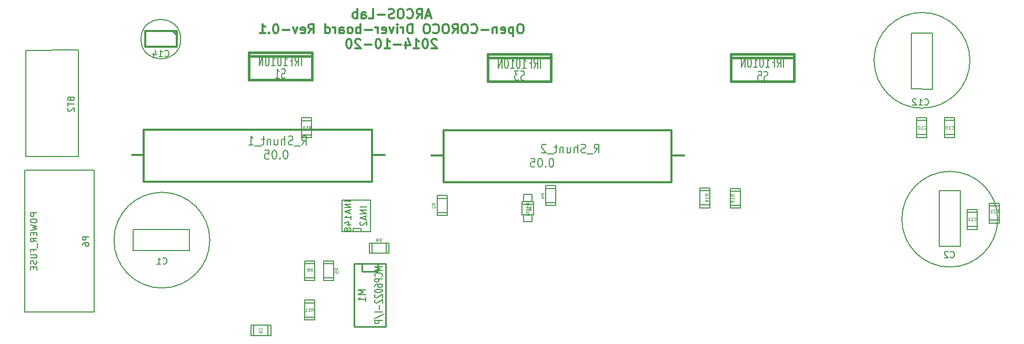
<source format=gbo>
G04 (created by PCBNEW (22-Jun-2014 BZR 4027)-stable) date vie 24 oct 2014 06:28:31 CST*
%MOIN*%
G04 Gerber Fmt 3.4, Leading zero omitted, Abs format*
%FSLAX34Y34*%
G01*
G70*
G90*
G04 APERTURE LIST*
%ADD10C,0.00590551*%
%ADD11C,0.011811*%
%ADD12C,0.012*%
%ADD13C,0.005*%
%ADD14C,0.01*%
%ADD15C,0.015*%
%ADD16C,0.008*%
%ADD17C,0.002*%
%ADD18C,0.0035*%
%ADD19C,0.0047*%
G04 APERTURE END LIST*
G54D10*
G54D11*
X77360Y-52370D02*
X77079Y-52370D01*
X77416Y-52539D02*
X77220Y-51948D01*
X77023Y-52539D01*
X76488Y-52539D02*
X76685Y-52257D01*
X76826Y-52539D02*
X76826Y-51948D01*
X76601Y-51948D01*
X76545Y-51976D01*
X76516Y-52004D01*
X76488Y-52060D01*
X76488Y-52145D01*
X76516Y-52201D01*
X76545Y-52229D01*
X76601Y-52257D01*
X76826Y-52257D01*
X75898Y-52482D02*
X75926Y-52510D01*
X76010Y-52539D01*
X76067Y-52539D01*
X76151Y-52510D01*
X76207Y-52454D01*
X76235Y-52398D01*
X76263Y-52285D01*
X76263Y-52201D01*
X76235Y-52089D01*
X76207Y-52032D01*
X76151Y-51976D01*
X76067Y-51948D01*
X76010Y-51948D01*
X75926Y-51976D01*
X75898Y-52004D01*
X75532Y-51948D02*
X75420Y-51948D01*
X75364Y-51976D01*
X75307Y-52032D01*
X75279Y-52145D01*
X75279Y-52342D01*
X75307Y-52454D01*
X75364Y-52510D01*
X75420Y-52539D01*
X75532Y-52539D01*
X75588Y-52510D01*
X75645Y-52454D01*
X75673Y-52342D01*
X75673Y-52145D01*
X75645Y-52032D01*
X75588Y-51976D01*
X75532Y-51948D01*
X75054Y-52510D02*
X74970Y-52539D01*
X74829Y-52539D01*
X74773Y-52510D01*
X74745Y-52482D01*
X74717Y-52426D01*
X74717Y-52370D01*
X74745Y-52314D01*
X74773Y-52285D01*
X74829Y-52257D01*
X74942Y-52229D01*
X74998Y-52201D01*
X75026Y-52173D01*
X75054Y-52117D01*
X75054Y-52060D01*
X75026Y-52004D01*
X74998Y-51976D01*
X74942Y-51948D01*
X74801Y-51948D01*
X74717Y-51976D01*
X74464Y-52314D02*
X74014Y-52314D01*
X73451Y-52539D02*
X73732Y-52539D01*
X73732Y-51948D01*
X73001Y-52539D02*
X73001Y-52229D01*
X73029Y-52173D01*
X73086Y-52145D01*
X73198Y-52145D01*
X73254Y-52173D01*
X73001Y-52510D02*
X73058Y-52539D01*
X73198Y-52539D01*
X73254Y-52510D01*
X73283Y-52454D01*
X73283Y-52398D01*
X73254Y-52342D01*
X73198Y-52314D01*
X73058Y-52314D01*
X73001Y-52285D01*
X72720Y-52539D02*
X72720Y-51948D01*
X72720Y-52173D02*
X72664Y-52145D01*
X72551Y-52145D01*
X72495Y-52173D01*
X72467Y-52201D01*
X72439Y-52257D01*
X72439Y-52426D01*
X72467Y-52482D01*
X72495Y-52510D01*
X72551Y-52539D01*
X72664Y-52539D01*
X72720Y-52510D01*
X83111Y-52893D02*
X82998Y-52893D01*
X82942Y-52921D01*
X82886Y-52977D01*
X82858Y-53090D01*
X82858Y-53287D01*
X82886Y-53399D01*
X82942Y-53455D01*
X82998Y-53483D01*
X83111Y-53483D01*
X83167Y-53455D01*
X83223Y-53399D01*
X83252Y-53287D01*
X83252Y-53090D01*
X83223Y-52977D01*
X83167Y-52921D01*
X83111Y-52893D01*
X82605Y-53090D02*
X82605Y-53680D01*
X82605Y-53118D02*
X82549Y-53090D01*
X82436Y-53090D01*
X82380Y-53118D01*
X82352Y-53146D01*
X82324Y-53202D01*
X82324Y-53371D01*
X82352Y-53427D01*
X82380Y-53455D01*
X82436Y-53483D01*
X82549Y-53483D01*
X82605Y-53455D01*
X81846Y-53455D02*
X81902Y-53483D01*
X82014Y-53483D01*
X82070Y-53455D01*
X82099Y-53399D01*
X82099Y-53174D01*
X82070Y-53118D01*
X82014Y-53090D01*
X81902Y-53090D01*
X81846Y-53118D01*
X81817Y-53174D01*
X81817Y-53230D01*
X82099Y-53287D01*
X81564Y-53090D02*
X81564Y-53483D01*
X81564Y-53146D02*
X81536Y-53118D01*
X81480Y-53090D01*
X81396Y-53090D01*
X81339Y-53118D01*
X81311Y-53174D01*
X81311Y-53483D01*
X81030Y-53258D02*
X80580Y-53258D01*
X79961Y-53427D02*
X79989Y-53455D01*
X80074Y-53483D01*
X80130Y-53483D01*
X80214Y-53455D01*
X80271Y-53399D01*
X80299Y-53343D01*
X80327Y-53230D01*
X80327Y-53146D01*
X80299Y-53033D01*
X80271Y-52977D01*
X80214Y-52921D01*
X80130Y-52893D01*
X80074Y-52893D01*
X79989Y-52921D01*
X79961Y-52949D01*
X79596Y-52893D02*
X79483Y-52893D01*
X79427Y-52921D01*
X79371Y-52977D01*
X79343Y-53090D01*
X79343Y-53287D01*
X79371Y-53399D01*
X79427Y-53455D01*
X79483Y-53483D01*
X79596Y-53483D01*
X79652Y-53455D01*
X79708Y-53399D01*
X79736Y-53287D01*
X79736Y-53090D01*
X79708Y-52977D01*
X79652Y-52921D01*
X79596Y-52893D01*
X78752Y-53483D02*
X78949Y-53202D01*
X79090Y-53483D02*
X79090Y-52893D01*
X78865Y-52893D01*
X78808Y-52921D01*
X78780Y-52949D01*
X78752Y-53005D01*
X78752Y-53090D01*
X78780Y-53146D01*
X78808Y-53174D01*
X78865Y-53202D01*
X79090Y-53202D01*
X78387Y-52893D02*
X78274Y-52893D01*
X78218Y-52921D01*
X78162Y-52977D01*
X78133Y-53090D01*
X78133Y-53287D01*
X78162Y-53399D01*
X78218Y-53455D01*
X78274Y-53483D01*
X78387Y-53483D01*
X78443Y-53455D01*
X78499Y-53399D01*
X78527Y-53287D01*
X78527Y-53090D01*
X78499Y-52977D01*
X78443Y-52921D01*
X78387Y-52893D01*
X77543Y-53427D02*
X77571Y-53455D01*
X77655Y-53483D01*
X77712Y-53483D01*
X77796Y-53455D01*
X77852Y-53399D01*
X77880Y-53343D01*
X77908Y-53230D01*
X77908Y-53146D01*
X77880Y-53033D01*
X77852Y-52977D01*
X77796Y-52921D01*
X77712Y-52893D01*
X77655Y-52893D01*
X77571Y-52921D01*
X77543Y-52949D01*
X77177Y-52893D02*
X77065Y-52893D01*
X77009Y-52921D01*
X76952Y-52977D01*
X76924Y-53090D01*
X76924Y-53287D01*
X76952Y-53399D01*
X77009Y-53455D01*
X77065Y-53483D01*
X77177Y-53483D01*
X77234Y-53455D01*
X77290Y-53399D01*
X77318Y-53287D01*
X77318Y-53090D01*
X77290Y-52977D01*
X77234Y-52921D01*
X77177Y-52893D01*
X76221Y-53483D02*
X76221Y-52893D01*
X76081Y-52893D01*
X75996Y-52921D01*
X75940Y-52977D01*
X75912Y-53033D01*
X75884Y-53146D01*
X75884Y-53230D01*
X75912Y-53343D01*
X75940Y-53399D01*
X75996Y-53455D01*
X76081Y-53483D01*
X76221Y-53483D01*
X75631Y-53483D02*
X75631Y-53090D01*
X75631Y-53202D02*
X75603Y-53146D01*
X75574Y-53118D01*
X75518Y-53090D01*
X75462Y-53090D01*
X75265Y-53483D02*
X75265Y-53090D01*
X75265Y-52893D02*
X75293Y-52921D01*
X75265Y-52949D01*
X75237Y-52921D01*
X75265Y-52893D01*
X75265Y-52949D01*
X75040Y-53090D02*
X74899Y-53483D01*
X74759Y-53090D01*
X74309Y-53455D02*
X74365Y-53483D01*
X74478Y-53483D01*
X74534Y-53455D01*
X74562Y-53399D01*
X74562Y-53174D01*
X74534Y-53118D01*
X74478Y-53090D01*
X74365Y-53090D01*
X74309Y-53118D01*
X74281Y-53174D01*
X74281Y-53230D01*
X74562Y-53287D01*
X74028Y-53483D02*
X74028Y-53090D01*
X74028Y-53202D02*
X74000Y-53146D01*
X73971Y-53118D01*
X73915Y-53090D01*
X73859Y-53090D01*
X73662Y-53258D02*
X73212Y-53258D01*
X72931Y-53483D02*
X72931Y-52893D01*
X72931Y-53118D02*
X72875Y-53090D01*
X72762Y-53090D01*
X72706Y-53118D01*
X72678Y-53146D01*
X72650Y-53202D01*
X72650Y-53371D01*
X72678Y-53427D01*
X72706Y-53455D01*
X72762Y-53483D01*
X72875Y-53483D01*
X72931Y-53455D01*
X72312Y-53483D02*
X72369Y-53455D01*
X72397Y-53427D01*
X72425Y-53371D01*
X72425Y-53202D01*
X72397Y-53146D01*
X72369Y-53118D01*
X72312Y-53090D01*
X72228Y-53090D01*
X72172Y-53118D01*
X72144Y-53146D01*
X72115Y-53202D01*
X72115Y-53371D01*
X72144Y-53427D01*
X72172Y-53455D01*
X72228Y-53483D01*
X72312Y-53483D01*
X71609Y-53483D02*
X71609Y-53174D01*
X71637Y-53118D01*
X71694Y-53090D01*
X71806Y-53090D01*
X71862Y-53118D01*
X71609Y-53455D02*
X71666Y-53483D01*
X71806Y-53483D01*
X71862Y-53455D01*
X71891Y-53399D01*
X71891Y-53343D01*
X71862Y-53287D01*
X71806Y-53258D01*
X71666Y-53258D01*
X71609Y-53230D01*
X71328Y-53483D02*
X71328Y-53090D01*
X71328Y-53202D02*
X71300Y-53146D01*
X71272Y-53118D01*
X71216Y-53090D01*
X71159Y-53090D01*
X70709Y-53483D02*
X70709Y-52893D01*
X70709Y-53455D02*
X70766Y-53483D01*
X70878Y-53483D01*
X70934Y-53455D01*
X70962Y-53427D01*
X70991Y-53371D01*
X70991Y-53202D01*
X70962Y-53146D01*
X70934Y-53118D01*
X70878Y-53090D01*
X70766Y-53090D01*
X70709Y-53118D01*
X69641Y-53483D02*
X69838Y-53202D01*
X69978Y-53483D02*
X69978Y-52893D01*
X69753Y-52893D01*
X69697Y-52921D01*
X69669Y-52949D01*
X69641Y-53005D01*
X69641Y-53090D01*
X69669Y-53146D01*
X69697Y-53174D01*
X69753Y-53202D01*
X69978Y-53202D01*
X69163Y-53455D02*
X69219Y-53483D01*
X69331Y-53483D01*
X69388Y-53455D01*
X69416Y-53399D01*
X69416Y-53174D01*
X69388Y-53118D01*
X69331Y-53090D01*
X69219Y-53090D01*
X69163Y-53118D01*
X69135Y-53174D01*
X69135Y-53230D01*
X69416Y-53287D01*
X68938Y-53090D02*
X68797Y-53483D01*
X68657Y-53090D01*
X68432Y-53258D02*
X67982Y-53258D01*
X67588Y-52893D02*
X67532Y-52893D01*
X67475Y-52921D01*
X67447Y-52949D01*
X67419Y-53005D01*
X67391Y-53118D01*
X67391Y-53258D01*
X67419Y-53371D01*
X67447Y-53427D01*
X67475Y-53455D01*
X67532Y-53483D01*
X67588Y-53483D01*
X67644Y-53455D01*
X67672Y-53427D01*
X67700Y-53371D01*
X67729Y-53258D01*
X67729Y-53118D01*
X67700Y-53005D01*
X67672Y-52949D01*
X67644Y-52921D01*
X67588Y-52893D01*
X67138Y-53427D02*
X67110Y-53455D01*
X67138Y-53483D01*
X67166Y-53455D01*
X67138Y-53427D01*
X67138Y-53483D01*
X66547Y-53483D02*
X66885Y-53483D01*
X66716Y-53483D02*
X66716Y-52893D01*
X66772Y-52977D01*
X66829Y-53033D01*
X66885Y-53062D01*
X77768Y-53894D02*
X77740Y-53866D01*
X77684Y-53838D01*
X77543Y-53838D01*
X77487Y-53866D01*
X77459Y-53894D01*
X77430Y-53950D01*
X77430Y-54006D01*
X77459Y-54091D01*
X77796Y-54428D01*
X77430Y-54428D01*
X77065Y-53838D02*
X77009Y-53838D01*
X76952Y-53866D01*
X76924Y-53894D01*
X76896Y-53950D01*
X76868Y-54063D01*
X76868Y-54203D01*
X76896Y-54316D01*
X76924Y-54372D01*
X76952Y-54400D01*
X77009Y-54428D01*
X77065Y-54428D01*
X77121Y-54400D01*
X77149Y-54372D01*
X77177Y-54316D01*
X77205Y-54203D01*
X77205Y-54063D01*
X77177Y-53950D01*
X77149Y-53894D01*
X77121Y-53866D01*
X77065Y-53838D01*
X76306Y-54428D02*
X76643Y-54428D01*
X76474Y-54428D02*
X76474Y-53838D01*
X76531Y-53922D01*
X76587Y-53978D01*
X76643Y-54006D01*
X75799Y-54035D02*
X75799Y-54428D01*
X75940Y-53810D02*
X76081Y-54231D01*
X75715Y-54231D01*
X75490Y-54203D02*
X75040Y-54203D01*
X74450Y-54428D02*
X74787Y-54428D01*
X74618Y-54428D02*
X74618Y-53838D01*
X74675Y-53922D01*
X74731Y-53978D01*
X74787Y-54006D01*
X74084Y-53838D02*
X74028Y-53838D01*
X73971Y-53866D01*
X73943Y-53894D01*
X73915Y-53950D01*
X73887Y-54063D01*
X73887Y-54203D01*
X73915Y-54316D01*
X73943Y-54372D01*
X73971Y-54400D01*
X74028Y-54428D01*
X74084Y-54428D01*
X74140Y-54400D01*
X74168Y-54372D01*
X74196Y-54316D01*
X74225Y-54203D01*
X74225Y-54063D01*
X74196Y-53950D01*
X74168Y-53894D01*
X74140Y-53866D01*
X74084Y-53838D01*
X73634Y-54203D02*
X73184Y-54203D01*
X72931Y-53894D02*
X72903Y-53866D01*
X72847Y-53838D01*
X72706Y-53838D01*
X72650Y-53866D01*
X72622Y-53894D01*
X72594Y-53950D01*
X72594Y-54006D01*
X72622Y-54091D01*
X72959Y-54428D01*
X72594Y-54428D01*
X72228Y-53838D02*
X72172Y-53838D01*
X72115Y-53866D01*
X72087Y-53894D01*
X72059Y-53950D01*
X72031Y-54063D01*
X72031Y-54203D01*
X72059Y-54316D01*
X72087Y-54372D01*
X72115Y-54400D01*
X72172Y-54428D01*
X72228Y-54428D01*
X72284Y-54400D01*
X72312Y-54372D01*
X72340Y-54316D01*
X72369Y-54203D01*
X72369Y-54063D01*
X72340Y-53950D01*
X72312Y-53894D01*
X72284Y-53866D01*
X72228Y-53838D01*
G54D10*
X55054Y-61315D02*
X55056Y-54551D01*
X55056Y-54551D02*
X51725Y-54560D01*
X51725Y-54560D02*
X51726Y-61315D01*
X51737Y-61315D02*
X55052Y-61315D01*
X56070Y-71180D02*
X51670Y-71180D01*
X51670Y-71180D02*
X51670Y-62180D01*
X51670Y-62180D02*
X56070Y-62180D01*
X56070Y-62180D02*
X56070Y-71180D01*
G54D12*
X58450Y-61200D02*
X58450Y-61200D01*
X58450Y-61200D02*
X58450Y-61200D01*
X73700Y-61200D02*
X74450Y-61200D01*
X74450Y-61200D02*
X74450Y-61200D01*
X73650Y-59600D02*
X59200Y-59600D01*
X59200Y-62900D02*
X73650Y-62900D01*
X73650Y-62900D02*
X73650Y-59600D01*
X59200Y-62900D02*
X59200Y-59600D01*
X58450Y-61200D02*
X59200Y-61200D01*
X77430Y-61250D02*
X77430Y-61250D01*
X77430Y-61250D02*
X77430Y-61250D01*
X92680Y-61250D02*
X93430Y-61250D01*
X93430Y-61250D02*
X93430Y-61250D01*
X92630Y-59650D02*
X78180Y-59650D01*
X78180Y-62950D02*
X92630Y-62950D01*
X92630Y-62950D02*
X92630Y-59650D01*
X78180Y-62950D02*
X78180Y-59650D01*
X77430Y-61250D02*
X78180Y-61250D01*
G54D13*
X83810Y-63705D02*
X83250Y-63705D01*
X83880Y-64975D02*
X83880Y-64165D01*
X83160Y-64165D02*
X83160Y-64975D01*
X83810Y-65435D02*
X83250Y-65435D01*
X83250Y-65005D02*
X83250Y-65425D01*
X83810Y-65425D02*
X83810Y-64995D01*
X83810Y-64145D02*
X83810Y-63705D01*
X83250Y-63715D02*
X83250Y-64145D01*
X83880Y-64985D02*
X83160Y-64985D01*
X83880Y-64325D02*
X83160Y-64325D01*
X83160Y-64165D02*
X83880Y-64165D01*
G54D10*
X61543Y-53850D02*
G75*
G03X61543Y-53850I-1258J0D01*
G74*
G01*
G54D12*
X61265Y-53350D02*
X59285Y-53350D01*
X59285Y-53350D02*
X59285Y-54350D01*
X59285Y-54350D02*
X61285Y-54350D01*
X61285Y-54350D02*
X61285Y-53350D01*
X61285Y-53600D02*
X61035Y-53350D01*
G54D13*
X78419Y-64864D02*
X77779Y-64864D01*
X77779Y-63964D02*
X78419Y-63964D01*
X77779Y-63784D02*
X78419Y-63784D01*
X78419Y-63784D02*
X78419Y-65044D01*
X78419Y-65044D02*
X77779Y-65044D01*
X77779Y-65044D02*
X77779Y-63784D01*
X85306Y-64228D02*
X84666Y-64228D01*
X84666Y-63328D02*
X85306Y-63328D01*
X84666Y-63148D02*
X85306Y-63148D01*
X85306Y-63148D02*
X85306Y-64408D01*
X85306Y-64408D02*
X84666Y-64408D01*
X84666Y-64408D02*
X84666Y-63148D01*
X69180Y-59030D02*
X69820Y-59030D01*
X69820Y-59930D02*
X69180Y-59930D01*
X69820Y-60110D02*
X69180Y-60110D01*
X69180Y-60110D02*
X69180Y-58850D01*
X69180Y-58850D02*
X69820Y-58850D01*
X69820Y-58850D02*
X69820Y-60110D01*
X95060Y-64380D02*
X94420Y-64380D01*
X94420Y-63480D02*
X95060Y-63480D01*
X94420Y-63300D02*
X95060Y-63300D01*
X95060Y-63300D02*
X95060Y-64560D01*
X95060Y-64560D02*
X94420Y-64560D01*
X94420Y-64560D02*
X94420Y-63300D01*
X73660Y-67450D02*
X73660Y-66810D01*
X74560Y-66810D02*
X74560Y-67450D01*
X74740Y-66810D02*
X74740Y-67450D01*
X74740Y-67450D02*
X73480Y-67450D01*
X73480Y-67450D02*
X73480Y-66810D01*
X73480Y-66810D02*
X74740Y-66810D01*
X70040Y-71490D02*
X69400Y-71490D01*
X69400Y-70590D02*
X70040Y-70590D01*
X69400Y-70410D02*
X70040Y-70410D01*
X70040Y-70410D02*
X70040Y-71670D01*
X70040Y-71670D02*
X69400Y-71670D01*
X69400Y-71670D02*
X69400Y-70410D01*
X69400Y-68100D02*
X70040Y-68100D01*
X70040Y-69000D02*
X69400Y-69000D01*
X70040Y-69180D02*
X69400Y-69180D01*
X69400Y-69180D02*
X69400Y-67920D01*
X69400Y-67920D02*
X70040Y-67920D01*
X70040Y-67920D02*
X70040Y-69180D01*
X70600Y-68100D02*
X71240Y-68100D01*
X71240Y-69000D02*
X70600Y-69000D01*
X71240Y-69180D02*
X70600Y-69180D01*
X70600Y-69180D02*
X70600Y-67920D01*
X70600Y-67920D02*
X71240Y-67920D01*
X71240Y-67920D02*
X71240Y-69180D01*
X112760Y-64450D02*
X113400Y-64450D01*
X113400Y-65350D02*
X112760Y-65350D01*
X113400Y-65530D02*
X112760Y-65530D01*
X112760Y-65530D02*
X112760Y-64270D01*
X112760Y-64270D02*
X113400Y-64270D01*
X113400Y-64270D02*
X113400Y-65530D01*
X97010Y-64404D02*
X96370Y-64404D01*
X96370Y-63504D02*
X97010Y-63504D01*
X96370Y-63324D02*
X97010Y-63324D01*
X97010Y-63324D02*
X97010Y-64584D01*
X97010Y-64584D02*
X96370Y-64584D01*
X96370Y-64584D02*
X96370Y-63324D01*
X110555Y-59910D02*
X109915Y-59910D01*
X109915Y-59010D02*
X110555Y-59010D01*
X109915Y-58830D02*
X110555Y-58830D01*
X110555Y-58830D02*
X110555Y-60090D01*
X110555Y-60090D02*
X109915Y-60090D01*
X109915Y-60090D02*
X109915Y-58830D01*
X108170Y-59010D02*
X108810Y-59010D01*
X108810Y-59910D02*
X108170Y-59910D01*
X108810Y-60090D02*
X108170Y-60090D01*
X108170Y-60090D02*
X108170Y-58830D01*
X108170Y-58830D02*
X108810Y-58830D01*
X108810Y-58830D02*
X108810Y-60090D01*
X111355Y-64850D02*
X111995Y-64850D01*
X111995Y-65750D02*
X111355Y-65750D01*
X111995Y-65930D02*
X111355Y-65930D01*
X111355Y-65930D02*
X111355Y-64670D01*
X111355Y-64670D02*
X111995Y-64670D01*
X111995Y-64670D02*
X111995Y-65930D01*
X67066Y-72016D02*
X67066Y-72656D01*
X66166Y-72656D02*
X66166Y-72016D01*
X65986Y-72656D02*
X65986Y-72016D01*
X65986Y-72016D02*
X67246Y-72016D01*
X67246Y-72016D02*
X67246Y-72656D01*
X67246Y-72656D02*
X65986Y-72656D01*
G54D14*
X73024Y-68105D02*
X73024Y-68605D01*
X73024Y-68605D02*
X74024Y-68605D01*
X74024Y-68605D02*
X74024Y-68105D01*
X72524Y-68105D02*
X72524Y-72105D01*
X72524Y-72105D02*
X74524Y-72105D01*
X74524Y-72105D02*
X74524Y-68105D01*
X74524Y-68105D02*
X72524Y-68105D01*
G54D10*
X62087Y-65933D02*
X62087Y-67270D01*
X62087Y-67270D02*
X58524Y-67277D01*
X58524Y-67277D02*
X58531Y-65947D01*
X58531Y-65947D02*
X62080Y-65940D01*
X63386Y-66610D02*
G75*
G03X63386Y-66610I-3036J0D01*
G74*
G01*
X107823Y-53458D02*
X109160Y-53458D01*
X109160Y-53458D02*
X109167Y-57021D01*
X109167Y-57021D02*
X107837Y-57014D01*
X107837Y-57014D02*
X107830Y-53465D01*
X111536Y-55195D02*
G75*
G03X111536Y-55195I-3036J0D01*
G74*
G01*
X110937Y-67017D02*
X109600Y-67017D01*
X109600Y-67017D02*
X109593Y-63454D01*
X109593Y-63454D02*
X110923Y-63461D01*
X110923Y-63461D02*
X110930Y-67010D01*
X113296Y-65280D02*
G75*
G03X113296Y-65280I-3036J0D01*
G74*
G01*
G54D13*
X73560Y-66080D02*
X73560Y-64080D01*
X73560Y-64080D02*
X71760Y-64080D01*
X71760Y-64080D02*
X71760Y-66080D01*
X71760Y-66080D02*
X73560Y-66080D01*
X72960Y-66080D02*
X72960Y-65880D01*
X72960Y-65880D02*
X72460Y-65880D01*
X72460Y-65880D02*
X72460Y-66080D01*
G54D15*
X69850Y-54950D02*
X69850Y-54700D01*
X69850Y-54700D02*
X65850Y-54700D01*
X65850Y-54700D02*
X65850Y-54950D01*
X69850Y-56450D02*
X69850Y-54950D01*
X69850Y-54950D02*
X65850Y-54950D01*
X65850Y-54950D02*
X65850Y-56450D01*
X65850Y-56450D02*
X69850Y-56450D01*
X100400Y-55050D02*
X100400Y-54800D01*
X100400Y-54800D02*
X96400Y-54800D01*
X96400Y-54800D02*
X96400Y-55050D01*
X100400Y-56550D02*
X100400Y-55050D01*
X100400Y-55050D02*
X96400Y-55050D01*
X96400Y-55050D02*
X96400Y-56550D01*
X96400Y-56550D02*
X100400Y-56550D01*
X85000Y-55050D02*
X85000Y-54800D01*
X85000Y-54800D02*
X81000Y-54800D01*
X81000Y-54800D02*
X81000Y-55050D01*
X85000Y-56550D02*
X85000Y-55050D01*
X85000Y-55050D02*
X81000Y-55050D01*
X81000Y-55050D02*
X81000Y-56550D01*
X81000Y-56550D02*
X85000Y-56550D01*
G54D16*
X54573Y-57654D02*
X54592Y-57711D01*
X54611Y-57730D01*
X54649Y-57749D01*
X54706Y-57749D01*
X54744Y-57730D01*
X54763Y-57711D01*
X54782Y-57673D01*
X54782Y-57521D01*
X54382Y-57521D01*
X54382Y-57654D01*
X54401Y-57692D01*
X54421Y-57711D01*
X54459Y-57730D01*
X54497Y-57730D01*
X54535Y-57711D01*
X54554Y-57692D01*
X54573Y-57654D01*
X54573Y-57521D01*
X54382Y-57864D02*
X54382Y-58092D01*
X54782Y-57978D02*
X54382Y-57978D01*
X54421Y-58207D02*
X54401Y-58226D01*
X54382Y-58264D01*
X54382Y-58359D01*
X54401Y-58397D01*
X54421Y-58416D01*
X54459Y-58435D01*
X54497Y-58435D01*
X54554Y-58416D01*
X54782Y-58188D01*
X54782Y-58435D01*
G54D10*
X55729Y-66389D02*
X55335Y-66389D01*
X55335Y-66539D01*
X55354Y-66576D01*
X55373Y-66595D01*
X55410Y-66614D01*
X55466Y-66614D01*
X55504Y-66595D01*
X55523Y-66576D01*
X55541Y-66539D01*
X55541Y-66389D01*
X55335Y-66951D02*
X55335Y-66876D01*
X55354Y-66839D01*
X55373Y-66820D01*
X55429Y-66783D01*
X55504Y-66764D01*
X55654Y-66764D01*
X55691Y-66783D01*
X55710Y-66801D01*
X55729Y-66839D01*
X55729Y-66914D01*
X55710Y-66951D01*
X55691Y-66970D01*
X55654Y-66989D01*
X55560Y-66989D01*
X55523Y-66970D01*
X55504Y-66951D01*
X55485Y-66914D01*
X55485Y-66839D01*
X55504Y-66801D01*
X55523Y-66783D01*
X55560Y-66764D01*
X52429Y-64880D02*
X52035Y-64880D01*
X52035Y-65030D01*
X52054Y-65067D01*
X52073Y-65086D01*
X52110Y-65105D01*
X52166Y-65105D01*
X52204Y-65086D01*
X52223Y-65067D01*
X52241Y-65030D01*
X52241Y-64880D01*
X52035Y-65348D02*
X52035Y-65423D01*
X52054Y-65461D01*
X52091Y-65498D01*
X52166Y-65517D01*
X52298Y-65517D01*
X52373Y-65498D01*
X52410Y-65461D01*
X52429Y-65423D01*
X52429Y-65348D01*
X52410Y-65311D01*
X52373Y-65273D01*
X52298Y-65255D01*
X52166Y-65255D01*
X52091Y-65273D01*
X52054Y-65311D01*
X52035Y-65348D01*
X52035Y-65648D02*
X52429Y-65742D01*
X52148Y-65817D01*
X52429Y-65892D01*
X52035Y-65986D01*
X52223Y-66136D02*
X52223Y-66267D01*
X52429Y-66323D02*
X52429Y-66136D01*
X52035Y-66136D01*
X52035Y-66323D01*
X52429Y-66717D02*
X52241Y-66586D01*
X52429Y-66492D02*
X52035Y-66492D01*
X52035Y-66642D01*
X52054Y-66680D01*
X52073Y-66698D01*
X52110Y-66717D01*
X52166Y-66717D01*
X52204Y-66698D01*
X52223Y-66680D01*
X52241Y-66642D01*
X52241Y-66492D01*
X52466Y-66792D02*
X52466Y-67092D01*
X52223Y-67317D02*
X52223Y-67186D01*
X52429Y-67186D02*
X52035Y-67186D01*
X52035Y-67373D01*
X52035Y-67523D02*
X52354Y-67523D01*
X52391Y-67542D01*
X52410Y-67561D01*
X52429Y-67598D01*
X52429Y-67673D01*
X52410Y-67711D01*
X52391Y-67729D01*
X52354Y-67748D01*
X52035Y-67748D01*
X52410Y-67917D02*
X52429Y-67973D01*
X52429Y-68067D01*
X52410Y-68104D01*
X52391Y-68123D01*
X52354Y-68142D01*
X52316Y-68142D01*
X52279Y-68123D01*
X52260Y-68104D01*
X52241Y-68067D01*
X52223Y-67992D01*
X52204Y-67954D01*
X52185Y-67936D01*
X52148Y-67917D01*
X52110Y-67917D01*
X52073Y-67936D01*
X52054Y-67954D01*
X52035Y-67992D01*
X52035Y-68086D01*
X52054Y-68142D01*
X52223Y-68311D02*
X52223Y-68442D01*
X52429Y-68498D02*
X52429Y-68311D01*
X52035Y-68311D01*
X52035Y-68498D01*
G54D16*
X69213Y-60567D02*
X69380Y-60305D01*
X69499Y-60567D02*
X69499Y-60017D01*
X69309Y-60017D01*
X69261Y-60043D01*
X69237Y-60070D01*
X69213Y-60122D01*
X69213Y-60200D01*
X69237Y-60253D01*
X69261Y-60279D01*
X69309Y-60305D01*
X69499Y-60305D01*
X69118Y-60620D02*
X68737Y-60620D01*
X68642Y-60541D02*
X68570Y-60567D01*
X68451Y-60567D01*
X68404Y-60541D01*
X68380Y-60515D01*
X68356Y-60462D01*
X68356Y-60410D01*
X68380Y-60358D01*
X68404Y-60331D01*
X68451Y-60305D01*
X68547Y-60279D01*
X68594Y-60253D01*
X68618Y-60227D01*
X68642Y-60174D01*
X68642Y-60122D01*
X68618Y-60070D01*
X68594Y-60043D01*
X68547Y-60017D01*
X68428Y-60017D01*
X68356Y-60043D01*
X68142Y-60567D02*
X68142Y-60017D01*
X67928Y-60567D02*
X67928Y-60279D01*
X67951Y-60227D01*
X67999Y-60200D01*
X68070Y-60200D01*
X68118Y-60227D01*
X68142Y-60253D01*
X67475Y-60200D02*
X67475Y-60567D01*
X67690Y-60200D02*
X67690Y-60489D01*
X67666Y-60541D01*
X67618Y-60567D01*
X67547Y-60567D01*
X67499Y-60541D01*
X67475Y-60515D01*
X67237Y-60200D02*
X67237Y-60567D01*
X67237Y-60253D02*
X67213Y-60227D01*
X67166Y-60200D01*
X67094Y-60200D01*
X67047Y-60227D01*
X67023Y-60279D01*
X67023Y-60567D01*
X66856Y-60200D02*
X66666Y-60200D01*
X66785Y-60017D02*
X66785Y-60489D01*
X66761Y-60541D01*
X66713Y-60567D01*
X66666Y-60567D01*
X66618Y-60620D02*
X66237Y-60620D01*
X65856Y-60567D02*
X66142Y-60567D01*
X65999Y-60567D02*
X65999Y-60017D01*
X66047Y-60096D01*
X66094Y-60148D01*
X66142Y-60174D01*
X68211Y-60902D02*
X68163Y-60902D01*
X68115Y-60928D01*
X68092Y-60955D01*
X68068Y-61007D01*
X68044Y-61112D01*
X68044Y-61243D01*
X68068Y-61347D01*
X68092Y-61400D01*
X68115Y-61426D01*
X68163Y-61452D01*
X68211Y-61452D01*
X68258Y-61426D01*
X68282Y-61400D01*
X68306Y-61347D01*
X68330Y-61243D01*
X68330Y-61112D01*
X68306Y-61007D01*
X68282Y-60955D01*
X68258Y-60928D01*
X68211Y-60902D01*
X67830Y-61400D02*
X67806Y-61426D01*
X67830Y-61452D01*
X67853Y-61426D01*
X67830Y-61400D01*
X67830Y-61452D01*
X67496Y-60902D02*
X67449Y-60902D01*
X67401Y-60928D01*
X67377Y-60955D01*
X67353Y-61007D01*
X67330Y-61112D01*
X67330Y-61243D01*
X67353Y-61347D01*
X67377Y-61400D01*
X67401Y-61426D01*
X67449Y-61452D01*
X67496Y-61452D01*
X67544Y-61426D01*
X67568Y-61400D01*
X67592Y-61347D01*
X67615Y-61243D01*
X67615Y-61112D01*
X67592Y-61007D01*
X67568Y-60955D01*
X67544Y-60928D01*
X67496Y-60902D01*
X66877Y-60902D02*
X67115Y-60902D01*
X67139Y-61164D01*
X67115Y-61138D01*
X67068Y-61112D01*
X66949Y-61112D01*
X66901Y-61138D01*
X66877Y-61164D01*
X66853Y-61216D01*
X66853Y-61347D01*
X66877Y-61400D01*
X66901Y-61426D01*
X66949Y-61452D01*
X67068Y-61452D01*
X67115Y-61426D01*
X67139Y-61400D01*
X87753Y-61072D02*
X87920Y-60810D01*
X88039Y-61072D02*
X88039Y-60522D01*
X87849Y-60522D01*
X87801Y-60548D01*
X87777Y-60575D01*
X87753Y-60627D01*
X87753Y-60705D01*
X87777Y-60758D01*
X87801Y-60784D01*
X87849Y-60810D01*
X88039Y-60810D01*
X87658Y-61125D02*
X87277Y-61125D01*
X87182Y-61046D02*
X87110Y-61072D01*
X86991Y-61072D01*
X86944Y-61046D01*
X86920Y-61020D01*
X86896Y-60967D01*
X86896Y-60915D01*
X86920Y-60863D01*
X86944Y-60836D01*
X86991Y-60810D01*
X87087Y-60784D01*
X87134Y-60758D01*
X87158Y-60732D01*
X87182Y-60679D01*
X87182Y-60627D01*
X87158Y-60575D01*
X87134Y-60548D01*
X87087Y-60522D01*
X86968Y-60522D01*
X86896Y-60548D01*
X86682Y-61072D02*
X86682Y-60522D01*
X86468Y-61072D02*
X86468Y-60784D01*
X86491Y-60732D01*
X86539Y-60705D01*
X86610Y-60705D01*
X86658Y-60732D01*
X86682Y-60758D01*
X86015Y-60705D02*
X86015Y-61072D01*
X86230Y-60705D02*
X86230Y-60994D01*
X86206Y-61046D01*
X86158Y-61072D01*
X86087Y-61072D01*
X86039Y-61046D01*
X86015Y-61020D01*
X85777Y-60705D02*
X85777Y-61072D01*
X85777Y-60758D02*
X85753Y-60732D01*
X85706Y-60705D01*
X85634Y-60705D01*
X85587Y-60732D01*
X85563Y-60784D01*
X85563Y-61072D01*
X85396Y-60705D02*
X85206Y-60705D01*
X85325Y-60522D02*
X85325Y-60994D01*
X85301Y-61046D01*
X85253Y-61072D01*
X85206Y-61072D01*
X85158Y-61125D02*
X84777Y-61125D01*
X84682Y-60575D02*
X84658Y-60548D01*
X84610Y-60522D01*
X84491Y-60522D01*
X84444Y-60548D01*
X84420Y-60575D01*
X84396Y-60627D01*
X84396Y-60679D01*
X84420Y-60758D01*
X84706Y-61072D01*
X84396Y-61072D01*
X85049Y-61422D02*
X85001Y-61422D01*
X84953Y-61448D01*
X84930Y-61475D01*
X84906Y-61527D01*
X84882Y-61632D01*
X84882Y-61763D01*
X84906Y-61867D01*
X84930Y-61920D01*
X84953Y-61946D01*
X85001Y-61972D01*
X85049Y-61972D01*
X85096Y-61946D01*
X85120Y-61920D01*
X85144Y-61867D01*
X85168Y-61763D01*
X85168Y-61632D01*
X85144Y-61527D01*
X85120Y-61475D01*
X85096Y-61448D01*
X85049Y-61422D01*
X84668Y-61920D02*
X84644Y-61946D01*
X84668Y-61972D01*
X84691Y-61946D01*
X84668Y-61920D01*
X84668Y-61972D01*
X84334Y-61422D02*
X84287Y-61422D01*
X84239Y-61448D01*
X84215Y-61475D01*
X84191Y-61527D01*
X84168Y-61632D01*
X84168Y-61763D01*
X84191Y-61867D01*
X84215Y-61920D01*
X84239Y-61946D01*
X84287Y-61972D01*
X84334Y-61972D01*
X84382Y-61946D01*
X84406Y-61920D01*
X84430Y-61867D01*
X84453Y-61763D01*
X84453Y-61632D01*
X84430Y-61527D01*
X84406Y-61475D01*
X84382Y-61448D01*
X84334Y-61422D01*
X83715Y-61422D02*
X83953Y-61422D01*
X83977Y-61684D01*
X83953Y-61658D01*
X83906Y-61632D01*
X83787Y-61632D01*
X83739Y-61658D01*
X83715Y-61684D01*
X83691Y-61736D01*
X83691Y-61867D01*
X83715Y-61920D01*
X83739Y-61946D01*
X83787Y-61972D01*
X83906Y-61972D01*
X83953Y-61946D01*
X83977Y-61920D01*
G54D17*
X83720Y-64523D02*
X83720Y-64466D01*
X83720Y-64495D02*
X83620Y-64495D01*
X83634Y-64485D01*
X83644Y-64475D01*
X83649Y-64466D01*
X83720Y-64566D02*
X83620Y-64566D01*
X83720Y-64623D01*
X83620Y-64623D01*
X83720Y-64723D02*
X83720Y-64666D01*
X83720Y-64695D02*
X83620Y-64695D01*
X83634Y-64685D01*
X83644Y-64675D01*
X83649Y-64666D01*
G54D18*
X83588Y-64210D02*
X83588Y-64113D01*
X83588Y-64162D02*
X83418Y-64162D01*
X83443Y-64145D01*
X83459Y-64129D01*
X83467Y-64113D01*
X83588Y-64283D02*
X83418Y-64283D01*
X83588Y-64380D01*
X83418Y-64380D01*
X83475Y-64534D02*
X83588Y-64534D01*
X83410Y-64494D02*
X83532Y-64453D01*
X83532Y-64558D01*
X83418Y-64655D02*
X83418Y-64672D01*
X83426Y-64688D01*
X83435Y-64696D01*
X83451Y-64704D01*
X83483Y-64712D01*
X83524Y-64712D01*
X83556Y-64704D01*
X83572Y-64696D01*
X83580Y-64688D01*
X83588Y-64672D01*
X83588Y-64655D01*
X83580Y-64639D01*
X83572Y-64631D01*
X83556Y-64623D01*
X83524Y-64615D01*
X83483Y-64615D01*
X83451Y-64623D01*
X83435Y-64631D01*
X83426Y-64639D01*
X83418Y-64655D01*
X83418Y-64817D02*
X83418Y-64834D01*
X83426Y-64850D01*
X83435Y-64858D01*
X83451Y-64866D01*
X83483Y-64874D01*
X83524Y-64874D01*
X83556Y-64866D01*
X83572Y-64858D01*
X83580Y-64850D01*
X83588Y-64834D01*
X83588Y-64817D01*
X83580Y-64801D01*
X83572Y-64793D01*
X83556Y-64785D01*
X83524Y-64777D01*
X83483Y-64777D01*
X83451Y-64785D01*
X83435Y-64793D01*
X83426Y-64801D01*
X83418Y-64817D01*
X83418Y-64931D02*
X83418Y-65036D01*
X83483Y-64979D01*
X83483Y-65004D01*
X83491Y-65020D01*
X83499Y-65028D01*
X83515Y-65036D01*
X83556Y-65036D01*
X83572Y-65028D01*
X83580Y-65020D01*
X83588Y-65004D01*
X83588Y-64955D01*
X83580Y-64939D01*
X83572Y-64931D01*
G54D16*
X60542Y-54923D02*
X60561Y-54942D01*
X60618Y-54961D01*
X60656Y-54961D01*
X60713Y-54942D01*
X60751Y-54904D01*
X60770Y-54866D01*
X60789Y-54790D01*
X60789Y-54733D01*
X60770Y-54657D01*
X60751Y-54619D01*
X60713Y-54580D01*
X60656Y-54561D01*
X60618Y-54561D01*
X60561Y-54580D01*
X60542Y-54600D01*
X60161Y-54961D02*
X60389Y-54961D01*
X60275Y-54961D02*
X60275Y-54561D01*
X60313Y-54619D01*
X60351Y-54657D01*
X60389Y-54676D01*
X59818Y-54695D02*
X59818Y-54961D01*
X59913Y-54542D02*
X60008Y-54828D01*
X59761Y-54828D01*
G54D19*
X77668Y-64391D02*
X77574Y-64325D01*
X77668Y-64278D02*
X77471Y-64278D01*
X77471Y-64353D01*
X77481Y-64372D01*
X77490Y-64381D01*
X77509Y-64391D01*
X77537Y-64391D01*
X77556Y-64381D01*
X77565Y-64372D01*
X77574Y-64353D01*
X77574Y-64278D01*
X77490Y-64466D02*
X77481Y-64475D01*
X77471Y-64494D01*
X77471Y-64541D01*
X77481Y-64560D01*
X77490Y-64569D01*
X77509Y-64578D01*
X77528Y-64578D01*
X77556Y-64569D01*
X77668Y-64456D01*
X77668Y-64578D01*
X84555Y-63755D02*
X84461Y-63689D01*
X84555Y-63642D02*
X84358Y-63642D01*
X84358Y-63717D01*
X84368Y-63736D01*
X84377Y-63745D01*
X84396Y-63755D01*
X84424Y-63755D01*
X84443Y-63745D01*
X84452Y-63736D01*
X84461Y-63717D01*
X84461Y-63642D01*
X84424Y-63924D02*
X84555Y-63924D01*
X84349Y-63877D02*
X84490Y-63830D01*
X84490Y-63952D01*
X69662Y-59574D02*
X69728Y-59480D01*
X69775Y-59574D02*
X69775Y-59377D01*
X69700Y-59377D01*
X69681Y-59387D01*
X69672Y-59396D01*
X69662Y-59415D01*
X69662Y-59443D01*
X69672Y-59462D01*
X69681Y-59471D01*
X69700Y-59480D01*
X69775Y-59480D01*
X69475Y-59574D02*
X69587Y-59574D01*
X69531Y-59574D02*
X69531Y-59377D01*
X69550Y-59405D01*
X69568Y-59424D01*
X69587Y-59434D01*
X69353Y-59377D02*
X69334Y-59377D01*
X69315Y-59387D01*
X69306Y-59396D01*
X69296Y-59415D01*
X69287Y-59452D01*
X69287Y-59499D01*
X69296Y-59537D01*
X69306Y-59555D01*
X69315Y-59565D01*
X69334Y-59574D01*
X69353Y-59574D01*
X69371Y-59565D01*
X69381Y-59555D01*
X69390Y-59537D01*
X69399Y-59499D01*
X69399Y-59452D01*
X69390Y-59415D01*
X69381Y-59396D01*
X69371Y-59387D01*
X69353Y-59377D01*
X94962Y-63794D02*
X94868Y-63728D01*
X94962Y-63681D02*
X94765Y-63681D01*
X94765Y-63756D01*
X94775Y-63775D01*
X94784Y-63784D01*
X94803Y-63794D01*
X94831Y-63794D01*
X94850Y-63784D01*
X94859Y-63775D01*
X94868Y-63756D01*
X94868Y-63681D01*
X94962Y-63981D02*
X94962Y-63869D01*
X94962Y-63925D02*
X94765Y-63925D01*
X94793Y-63906D01*
X94812Y-63888D01*
X94822Y-63869D01*
X94765Y-64150D02*
X94765Y-64113D01*
X94775Y-64094D01*
X94784Y-64085D01*
X94812Y-64066D01*
X94850Y-64057D01*
X94925Y-64057D01*
X94943Y-64066D01*
X94953Y-64075D01*
X94962Y-64094D01*
X94962Y-64132D01*
X94953Y-64150D01*
X94943Y-64160D01*
X94925Y-64169D01*
X94878Y-64169D01*
X94859Y-64160D01*
X94850Y-64150D01*
X94840Y-64132D01*
X94840Y-64094D01*
X94850Y-64075D01*
X94859Y-64066D01*
X94878Y-64057D01*
X74132Y-66699D02*
X74198Y-66605D01*
X74245Y-66699D02*
X74245Y-66502D01*
X74170Y-66502D01*
X74151Y-66512D01*
X74142Y-66521D01*
X74132Y-66540D01*
X74132Y-66568D01*
X74142Y-66587D01*
X74151Y-66596D01*
X74170Y-66605D01*
X74245Y-66605D01*
X74039Y-66699D02*
X74001Y-66699D01*
X73982Y-66690D01*
X73973Y-66680D01*
X73954Y-66652D01*
X73945Y-66615D01*
X73945Y-66540D01*
X73954Y-66521D01*
X73963Y-66512D01*
X73982Y-66502D01*
X74020Y-66502D01*
X74039Y-66512D01*
X74048Y-66521D01*
X74057Y-66540D01*
X74057Y-66587D01*
X74048Y-66605D01*
X74039Y-66615D01*
X74020Y-66624D01*
X73982Y-66624D01*
X73963Y-66615D01*
X73954Y-66605D01*
X73945Y-66587D01*
X69808Y-71132D02*
X69874Y-71038D01*
X69921Y-71132D02*
X69921Y-70935D01*
X69846Y-70935D01*
X69827Y-70945D01*
X69818Y-70954D01*
X69808Y-70973D01*
X69808Y-71001D01*
X69818Y-71020D01*
X69827Y-71029D01*
X69846Y-71038D01*
X69921Y-71038D01*
X69621Y-71132D02*
X69733Y-71132D01*
X69677Y-71132D02*
X69677Y-70935D01*
X69696Y-70963D01*
X69714Y-70982D01*
X69733Y-70992D01*
X69433Y-71132D02*
X69545Y-71132D01*
X69489Y-71132D02*
X69489Y-70935D01*
X69508Y-70963D01*
X69527Y-70982D01*
X69545Y-70992D01*
X69759Y-68608D02*
X69825Y-68514D01*
X69872Y-68608D02*
X69872Y-68411D01*
X69797Y-68411D01*
X69778Y-68421D01*
X69769Y-68430D01*
X69759Y-68449D01*
X69759Y-68477D01*
X69769Y-68496D01*
X69778Y-68505D01*
X69797Y-68514D01*
X69872Y-68514D01*
X69647Y-68496D02*
X69666Y-68486D01*
X69675Y-68477D01*
X69684Y-68458D01*
X69684Y-68449D01*
X69675Y-68430D01*
X69666Y-68421D01*
X69647Y-68411D01*
X69609Y-68411D01*
X69590Y-68421D01*
X69581Y-68430D01*
X69572Y-68449D01*
X69572Y-68458D01*
X69581Y-68477D01*
X69590Y-68486D01*
X69609Y-68496D01*
X69647Y-68496D01*
X69666Y-68505D01*
X69675Y-68514D01*
X69684Y-68533D01*
X69684Y-68571D01*
X69675Y-68589D01*
X69666Y-68599D01*
X69647Y-68608D01*
X69609Y-68608D01*
X69590Y-68599D01*
X69581Y-68589D01*
X69572Y-68571D01*
X69572Y-68533D01*
X69581Y-68514D01*
X69590Y-68505D01*
X69609Y-68496D01*
X71509Y-68507D02*
X71415Y-68441D01*
X71509Y-68394D02*
X71312Y-68394D01*
X71312Y-68469D01*
X71322Y-68488D01*
X71331Y-68497D01*
X71350Y-68507D01*
X71378Y-68507D01*
X71397Y-68497D01*
X71406Y-68488D01*
X71415Y-68469D01*
X71415Y-68394D01*
X71312Y-68685D02*
X71312Y-68591D01*
X71406Y-68582D01*
X71397Y-68591D01*
X71387Y-68610D01*
X71387Y-68657D01*
X71397Y-68676D01*
X71406Y-68685D01*
X71425Y-68694D01*
X71472Y-68694D01*
X71490Y-68685D01*
X71500Y-68676D01*
X71509Y-68657D01*
X71509Y-68610D01*
X71500Y-68591D01*
X71490Y-68582D01*
X113216Y-64855D02*
X113282Y-64761D01*
X113329Y-64855D02*
X113329Y-64658D01*
X113254Y-64658D01*
X113235Y-64668D01*
X113226Y-64677D01*
X113216Y-64696D01*
X113216Y-64724D01*
X113226Y-64743D01*
X113235Y-64752D01*
X113254Y-64761D01*
X113329Y-64761D01*
X113141Y-64677D02*
X113132Y-64668D01*
X113113Y-64658D01*
X113066Y-64658D01*
X113047Y-64668D01*
X113038Y-64677D01*
X113029Y-64696D01*
X113029Y-64715D01*
X113038Y-64743D01*
X113150Y-64855D01*
X113029Y-64855D01*
X112841Y-64855D02*
X112953Y-64855D01*
X112897Y-64855D02*
X112897Y-64658D01*
X112916Y-64686D01*
X112935Y-64705D01*
X112953Y-64715D01*
X96586Y-63824D02*
X96492Y-63758D01*
X96586Y-63711D02*
X96389Y-63711D01*
X96389Y-63786D01*
X96399Y-63805D01*
X96408Y-63814D01*
X96427Y-63824D01*
X96455Y-63824D01*
X96474Y-63814D01*
X96483Y-63805D01*
X96492Y-63786D01*
X96492Y-63711D01*
X96586Y-64011D02*
X96586Y-63899D01*
X96586Y-63955D02*
X96389Y-63955D01*
X96417Y-63936D01*
X96436Y-63918D01*
X96446Y-63899D01*
X96586Y-64105D02*
X96586Y-64143D01*
X96577Y-64162D01*
X96567Y-64171D01*
X96539Y-64190D01*
X96502Y-64199D01*
X96427Y-64199D01*
X96408Y-64190D01*
X96399Y-64180D01*
X96389Y-64162D01*
X96389Y-64124D01*
X96399Y-64105D01*
X96408Y-64096D01*
X96427Y-64087D01*
X96474Y-64087D01*
X96492Y-64096D01*
X96502Y-64105D01*
X96511Y-64124D01*
X96511Y-64162D01*
X96502Y-64180D01*
X96492Y-64190D01*
X96474Y-64199D01*
X110367Y-59536D02*
X110377Y-59546D01*
X110405Y-59555D01*
X110423Y-59555D01*
X110452Y-59546D01*
X110470Y-59527D01*
X110480Y-59508D01*
X110489Y-59471D01*
X110489Y-59443D01*
X110480Y-59405D01*
X110470Y-59386D01*
X110452Y-59368D01*
X110423Y-59358D01*
X110405Y-59358D01*
X110377Y-59368D01*
X110367Y-59377D01*
X110180Y-59555D02*
X110292Y-59555D01*
X110236Y-59555D02*
X110236Y-59358D01*
X110255Y-59386D01*
X110273Y-59405D01*
X110292Y-59415D01*
X110011Y-59358D02*
X110048Y-59358D01*
X110067Y-59368D01*
X110076Y-59377D01*
X110095Y-59405D01*
X110104Y-59443D01*
X110104Y-59518D01*
X110095Y-59536D01*
X110086Y-59546D01*
X110067Y-59555D01*
X110029Y-59555D01*
X110011Y-59546D01*
X110001Y-59536D01*
X109992Y-59518D01*
X109992Y-59471D01*
X110001Y-59452D01*
X110011Y-59443D01*
X110029Y-59433D01*
X110067Y-59433D01*
X110086Y-59443D01*
X110095Y-59452D01*
X110104Y-59471D01*
X108625Y-59536D02*
X108635Y-59546D01*
X108663Y-59555D01*
X108681Y-59555D01*
X108710Y-59546D01*
X108728Y-59527D01*
X108738Y-59508D01*
X108747Y-59471D01*
X108747Y-59443D01*
X108738Y-59405D01*
X108728Y-59386D01*
X108710Y-59368D01*
X108681Y-59358D01*
X108663Y-59358D01*
X108635Y-59368D01*
X108625Y-59377D01*
X108438Y-59555D02*
X108550Y-59555D01*
X108494Y-59555D02*
X108494Y-59358D01*
X108513Y-59386D01*
X108531Y-59405D01*
X108550Y-59415D01*
X108316Y-59358D02*
X108297Y-59358D01*
X108278Y-59368D01*
X108269Y-59377D01*
X108259Y-59396D01*
X108250Y-59433D01*
X108250Y-59480D01*
X108259Y-59518D01*
X108269Y-59536D01*
X108278Y-59546D01*
X108297Y-59555D01*
X108316Y-59555D01*
X108334Y-59546D01*
X108344Y-59536D01*
X108353Y-59518D01*
X108362Y-59480D01*
X108362Y-59433D01*
X108353Y-59396D01*
X108344Y-59377D01*
X108334Y-59368D01*
X108316Y-59358D01*
X111788Y-65357D02*
X111798Y-65367D01*
X111826Y-65376D01*
X111844Y-65376D01*
X111873Y-65367D01*
X111891Y-65348D01*
X111901Y-65329D01*
X111910Y-65292D01*
X111910Y-65264D01*
X111901Y-65226D01*
X111891Y-65207D01*
X111873Y-65189D01*
X111844Y-65179D01*
X111826Y-65179D01*
X111798Y-65189D01*
X111788Y-65198D01*
X111601Y-65376D02*
X111713Y-65376D01*
X111657Y-65376D02*
X111657Y-65179D01*
X111676Y-65207D01*
X111694Y-65226D01*
X111713Y-65236D01*
X111413Y-65376D02*
X111525Y-65376D01*
X111469Y-65376D02*
X111469Y-65179D01*
X111488Y-65207D01*
X111507Y-65226D01*
X111525Y-65236D01*
X66692Y-72299D02*
X66702Y-72289D01*
X66711Y-72261D01*
X66711Y-72242D01*
X66702Y-72214D01*
X66683Y-72195D01*
X66664Y-72186D01*
X66627Y-72177D01*
X66599Y-72177D01*
X66561Y-72186D01*
X66542Y-72195D01*
X66524Y-72214D01*
X66514Y-72242D01*
X66514Y-72261D01*
X66524Y-72289D01*
X66533Y-72299D01*
X66711Y-72392D02*
X66711Y-72430D01*
X66702Y-72449D01*
X66692Y-72458D01*
X66664Y-72477D01*
X66627Y-72486D01*
X66552Y-72486D01*
X66533Y-72477D01*
X66524Y-72468D01*
X66514Y-72449D01*
X66514Y-72411D01*
X66524Y-72392D01*
X66533Y-72383D01*
X66552Y-72374D01*
X66599Y-72374D01*
X66617Y-72383D01*
X66627Y-72392D01*
X66636Y-72411D01*
X66636Y-72449D01*
X66627Y-72468D01*
X66617Y-72477D01*
X66599Y-72486D01*
G54D16*
X73262Y-69755D02*
X72762Y-69755D01*
X73119Y-69905D01*
X72762Y-70055D01*
X73262Y-70055D01*
X73262Y-70505D02*
X73262Y-70248D01*
X73262Y-70377D02*
X72762Y-70377D01*
X72833Y-70334D01*
X72881Y-70291D01*
X72905Y-70248D01*
X74325Y-68313D02*
X73825Y-68313D01*
X74182Y-68430D01*
X73825Y-68546D01*
X74325Y-68546D01*
X74277Y-68913D02*
X74301Y-68896D01*
X74325Y-68846D01*
X74325Y-68813D01*
X74301Y-68763D01*
X74253Y-68730D01*
X74206Y-68713D01*
X74111Y-68696D01*
X74039Y-68696D01*
X73944Y-68713D01*
X73896Y-68730D01*
X73849Y-68763D01*
X73825Y-68813D01*
X73825Y-68846D01*
X73849Y-68896D01*
X73873Y-68913D01*
X74325Y-69063D02*
X73825Y-69063D01*
X73825Y-69196D01*
X73849Y-69230D01*
X73873Y-69246D01*
X73920Y-69263D01*
X73992Y-69263D01*
X74039Y-69246D01*
X74063Y-69230D01*
X74087Y-69196D01*
X74087Y-69063D01*
X73825Y-69563D02*
X73825Y-69496D01*
X73849Y-69463D01*
X73873Y-69446D01*
X73944Y-69413D01*
X74039Y-69396D01*
X74230Y-69396D01*
X74277Y-69413D01*
X74301Y-69430D01*
X74325Y-69463D01*
X74325Y-69530D01*
X74301Y-69563D01*
X74277Y-69580D01*
X74230Y-69596D01*
X74111Y-69596D01*
X74063Y-69580D01*
X74039Y-69563D01*
X74015Y-69530D01*
X74015Y-69463D01*
X74039Y-69430D01*
X74063Y-69413D01*
X74111Y-69396D01*
X73825Y-69813D02*
X73825Y-69846D01*
X73849Y-69880D01*
X73873Y-69896D01*
X73920Y-69913D01*
X74015Y-69930D01*
X74134Y-69930D01*
X74230Y-69913D01*
X74277Y-69896D01*
X74301Y-69880D01*
X74325Y-69846D01*
X74325Y-69813D01*
X74301Y-69780D01*
X74277Y-69763D01*
X74230Y-69746D01*
X74134Y-69730D01*
X74015Y-69730D01*
X73920Y-69746D01*
X73873Y-69763D01*
X73849Y-69780D01*
X73825Y-69813D01*
X73873Y-70063D02*
X73849Y-70080D01*
X73825Y-70113D01*
X73825Y-70196D01*
X73849Y-70230D01*
X73873Y-70246D01*
X73920Y-70263D01*
X73968Y-70263D01*
X74039Y-70246D01*
X74325Y-70046D01*
X74325Y-70263D01*
X73873Y-70396D02*
X73849Y-70413D01*
X73825Y-70446D01*
X73825Y-70530D01*
X73849Y-70563D01*
X73873Y-70580D01*
X73920Y-70596D01*
X73968Y-70596D01*
X74039Y-70580D01*
X74325Y-70380D01*
X74325Y-70596D01*
X74134Y-70746D02*
X74134Y-71013D01*
X74325Y-71180D02*
X73825Y-71180D01*
X73801Y-71596D02*
X74444Y-71296D01*
X74325Y-71713D02*
X73825Y-71713D01*
X73825Y-71846D01*
X73849Y-71880D01*
X73873Y-71896D01*
X73920Y-71913D01*
X73992Y-71913D01*
X74039Y-71896D01*
X74063Y-71880D01*
X74087Y-71846D01*
X74087Y-71713D01*
X60424Y-68093D02*
X60443Y-68112D01*
X60500Y-68131D01*
X60538Y-68131D01*
X60596Y-68112D01*
X60634Y-68074D01*
X60653Y-68036D01*
X60672Y-67960D01*
X60672Y-67903D01*
X60653Y-67827D01*
X60634Y-67789D01*
X60596Y-67750D01*
X60538Y-67731D01*
X60500Y-67731D01*
X60443Y-67750D01*
X60424Y-67770D01*
X60043Y-68131D02*
X60272Y-68131D01*
X60157Y-68131D02*
X60157Y-67731D01*
X60196Y-67789D01*
X60234Y-67827D01*
X60272Y-67846D01*
X108669Y-58002D02*
X108688Y-58021D01*
X108745Y-58040D01*
X108783Y-58040D01*
X108840Y-58021D01*
X108878Y-57983D01*
X108897Y-57945D01*
X108916Y-57869D01*
X108916Y-57812D01*
X108897Y-57736D01*
X108878Y-57698D01*
X108840Y-57659D01*
X108783Y-57640D01*
X108745Y-57640D01*
X108688Y-57659D01*
X108669Y-57679D01*
X108288Y-58040D02*
X108516Y-58040D01*
X108402Y-58040D02*
X108402Y-57640D01*
X108440Y-57698D01*
X108478Y-57736D01*
X108516Y-57755D01*
X108135Y-57679D02*
X108116Y-57659D01*
X108078Y-57640D01*
X107983Y-57640D01*
X107945Y-57659D01*
X107926Y-57679D01*
X107907Y-57717D01*
X107907Y-57755D01*
X107926Y-57812D01*
X108154Y-58040D01*
X107907Y-58040D01*
X110301Y-67683D02*
X110320Y-67702D01*
X110377Y-67721D01*
X110415Y-67721D01*
X110473Y-67702D01*
X110511Y-67664D01*
X110530Y-67626D01*
X110549Y-67550D01*
X110549Y-67493D01*
X110530Y-67417D01*
X110511Y-67379D01*
X110473Y-67340D01*
X110415Y-67321D01*
X110377Y-67321D01*
X110320Y-67340D01*
X110301Y-67360D01*
X110149Y-67360D02*
X110130Y-67340D01*
X110092Y-67321D01*
X109996Y-67321D01*
X109958Y-67340D01*
X109939Y-67360D01*
X109920Y-67398D01*
X109920Y-67436D01*
X109939Y-67493D01*
X110168Y-67721D01*
X109920Y-67721D01*
G54D13*
X73342Y-64508D02*
X72892Y-64508D01*
X73342Y-64699D02*
X72892Y-64699D01*
X73342Y-64927D01*
X72892Y-64927D01*
X73213Y-65099D02*
X73213Y-65289D01*
X73342Y-65060D02*
X72892Y-65194D01*
X73342Y-65327D01*
X72935Y-65441D02*
X72913Y-65460D01*
X72892Y-65499D01*
X72892Y-65594D01*
X72913Y-65632D01*
X72935Y-65651D01*
X72977Y-65670D01*
X73020Y-65670D01*
X73085Y-65651D01*
X73342Y-65422D01*
X73342Y-65670D01*
X72321Y-64127D02*
X71921Y-64127D01*
X72321Y-64318D02*
X71921Y-64318D01*
X72321Y-64546D01*
X71921Y-64546D01*
X72207Y-64718D02*
X72207Y-64908D01*
X72321Y-64680D02*
X71921Y-64813D01*
X72321Y-64946D01*
X72321Y-65289D02*
X72321Y-65060D01*
X72321Y-65175D02*
X71921Y-65175D01*
X71979Y-65137D01*
X72017Y-65099D01*
X72036Y-65060D01*
X72055Y-65632D02*
X72321Y-65632D01*
X71902Y-65537D02*
X72188Y-65441D01*
X72188Y-65689D01*
X72093Y-65899D02*
X72074Y-65860D01*
X72055Y-65841D01*
X72017Y-65822D01*
X71998Y-65822D01*
X71960Y-65841D01*
X71940Y-65860D01*
X71921Y-65899D01*
X71921Y-65975D01*
X71940Y-66013D01*
X71960Y-66032D01*
X71998Y-66051D01*
X72017Y-66051D01*
X72055Y-66032D01*
X72074Y-66013D01*
X72093Y-65975D01*
X72093Y-65899D01*
X72112Y-65860D01*
X72131Y-65841D01*
X72169Y-65822D01*
X72245Y-65822D01*
X72283Y-65841D01*
X72302Y-65860D01*
X72321Y-65899D01*
X72321Y-65975D01*
X72302Y-66013D01*
X72283Y-66032D01*
X72245Y-66051D01*
X72169Y-66051D01*
X72131Y-66032D01*
X72112Y-66013D01*
X72093Y-65975D01*
G54D16*
X68164Y-56307D02*
X68107Y-56335D01*
X68012Y-56335D01*
X67974Y-56307D01*
X67955Y-56278D01*
X67936Y-56221D01*
X67936Y-56164D01*
X67955Y-56107D01*
X67974Y-56078D01*
X68012Y-56050D01*
X68088Y-56021D01*
X68126Y-55993D01*
X68145Y-55964D01*
X68164Y-55907D01*
X68164Y-55850D01*
X68145Y-55793D01*
X68126Y-55764D01*
X68088Y-55735D01*
X67993Y-55735D01*
X67936Y-55764D01*
X67555Y-56335D02*
X67783Y-56335D01*
X67669Y-56335D02*
X67669Y-55735D01*
X67707Y-55821D01*
X67745Y-55878D01*
X67783Y-55907D01*
X69202Y-55547D02*
X69202Y-54947D01*
X68783Y-55547D02*
X68917Y-55262D01*
X69012Y-55547D02*
X69012Y-54947D01*
X68860Y-54947D01*
X68821Y-54976D01*
X68802Y-55005D01*
X68783Y-55062D01*
X68783Y-55147D01*
X68802Y-55205D01*
X68821Y-55233D01*
X68860Y-55262D01*
X69012Y-55262D01*
X68479Y-55233D02*
X68612Y-55233D01*
X68612Y-55547D02*
X68612Y-54947D01*
X68421Y-54947D01*
X68060Y-55547D02*
X68288Y-55547D01*
X68174Y-55547D02*
X68174Y-54947D01*
X68212Y-55033D01*
X68250Y-55090D01*
X68288Y-55119D01*
X67812Y-54947D02*
X67774Y-54947D01*
X67736Y-54976D01*
X67717Y-55005D01*
X67698Y-55062D01*
X67679Y-55176D01*
X67679Y-55319D01*
X67698Y-55433D01*
X67717Y-55490D01*
X67736Y-55519D01*
X67774Y-55547D01*
X67812Y-55547D01*
X67850Y-55519D01*
X67869Y-55490D01*
X67888Y-55433D01*
X67907Y-55319D01*
X67907Y-55176D01*
X67888Y-55062D01*
X67869Y-55005D01*
X67850Y-54976D01*
X67812Y-54947D01*
X67298Y-55547D02*
X67526Y-55547D01*
X67412Y-55547D02*
X67412Y-54947D01*
X67450Y-55033D01*
X67488Y-55090D01*
X67526Y-55119D01*
X67050Y-54947D02*
X67012Y-54947D01*
X66974Y-54976D01*
X66955Y-55005D01*
X66936Y-55062D01*
X66917Y-55176D01*
X66917Y-55319D01*
X66936Y-55433D01*
X66955Y-55490D01*
X66974Y-55519D01*
X67012Y-55547D01*
X67050Y-55547D01*
X67088Y-55519D01*
X67107Y-55490D01*
X67126Y-55433D01*
X67145Y-55319D01*
X67145Y-55176D01*
X67126Y-55062D01*
X67107Y-55005D01*
X67088Y-54976D01*
X67050Y-54947D01*
X66745Y-55547D02*
X66745Y-54947D01*
X66517Y-55547D01*
X66517Y-54947D01*
X98714Y-56464D02*
X98657Y-56492D01*
X98562Y-56492D01*
X98524Y-56464D01*
X98505Y-56435D01*
X98486Y-56378D01*
X98486Y-56321D01*
X98505Y-56264D01*
X98524Y-56235D01*
X98562Y-56207D01*
X98638Y-56178D01*
X98676Y-56150D01*
X98695Y-56121D01*
X98714Y-56064D01*
X98714Y-56007D01*
X98695Y-55950D01*
X98676Y-55921D01*
X98638Y-55892D01*
X98543Y-55892D01*
X98486Y-55921D01*
X98124Y-55892D02*
X98314Y-55892D01*
X98333Y-56178D01*
X98314Y-56150D01*
X98276Y-56121D01*
X98181Y-56121D01*
X98143Y-56150D01*
X98124Y-56178D01*
X98105Y-56235D01*
X98105Y-56378D01*
X98124Y-56435D01*
X98143Y-56464D01*
X98181Y-56492D01*
X98276Y-56492D01*
X98314Y-56464D01*
X98333Y-56435D01*
X99744Y-55642D02*
X99744Y-55042D01*
X99325Y-55642D02*
X99459Y-55357D01*
X99554Y-55642D02*
X99554Y-55042D01*
X99402Y-55042D01*
X99363Y-55071D01*
X99344Y-55100D01*
X99325Y-55157D01*
X99325Y-55242D01*
X99344Y-55300D01*
X99363Y-55328D01*
X99402Y-55357D01*
X99554Y-55357D01*
X99021Y-55328D02*
X99154Y-55328D01*
X99154Y-55642D02*
X99154Y-55042D01*
X98963Y-55042D01*
X98602Y-55642D02*
X98830Y-55642D01*
X98716Y-55642D02*
X98716Y-55042D01*
X98754Y-55128D01*
X98792Y-55185D01*
X98830Y-55214D01*
X98354Y-55042D02*
X98316Y-55042D01*
X98278Y-55071D01*
X98259Y-55100D01*
X98240Y-55157D01*
X98221Y-55271D01*
X98221Y-55414D01*
X98240Y-55528D01*
X98259Y-55585D01*
X98278Y-55614D01*
X98316Y-55642D01*
X98354Y-55642D01*
X98392Y-55614D01*
X98411Y-55585D01*
X98430Y-55528D01*
X98449Y-55414D01*
X98449Y-55271D01*
X98430Y-55157D01*
X98411Y-55100D01*
X98392Y-55071D01*
X98354Y-55042D01*
X97840Y-55642D02*
X98068Y-55642D01*
X97954Y-55642D02*
X97954Y-55042D01*
X97992Y-55128D01*
X98030Y-55185D01*
X98068Y-55214D01*
X97592Y-55042D02*
X97554Y-55042D01*
X97516Y-55071D01*
X97497Y-55100D01*
X97478Y-55157D01*
X97459Y-55271D01*
X97459Y-55414D01*
X97478Y-55528D01*
X97497Y-55585D01*
X97516Y-55614D01*
X97554Y-55642D01*
X97592Y-55642D01*
X97630Y-55614D01*
X97649Y-55585D01*
X97668Y-55528D01*
X97687Y-55414D01*
X97687Y-55271D01*
X97668Y-55157D01*
X97649Y-55100D01*
X97630Y-55071D01*
X97592Y-55042D01*
X97287Y-55642D02*
X97287Y-55042D01*
X97059Y-55642D01*
X97059Y-55042D01*
X83307Y-56433D02*
X83250Y-56461D01*
X83155Y-56461D01*
X83117Y-56433D01*
X83098Y-56404D01*
X83079Y-56347D01*
X83079Y-56290D01*
X83098Y-56233D01*
X83117Y-56204D01*
X83155Y-56176D01*
X83231Y-56147D01*
X83269Y-56119D01*
X83288Y-56090D01*
X83307Y-56033D01*
X83307Y-55976D01*
X83288Y-55919D01*
X83269Y-55890D01*
X83231Y-55861D01*
X83136Y-55861D01*
X83079Y-55890D01*
X82945Y-55861D02*
X82698Y-55861D01*
X82831Y-56090D01*
X82774Y-56090D01*
X82736Y-56119D01*
X82717Y-56147D01*
X82698Y-56204D01*
X82698Y-56347D01*
X82717Y-56404D01*
X82736Y-56433D01*
X82774Y-56461D01*
X82888Y-56461D01*
X82926Y-56433D01*
X82945Y-56404D01*
X84340Y-55691D02*
X84340Y-55091D01*
X83921Y-55691D02*
X84055Y-55406D01*
X84150Y-55691D02*
X84150Y-55091D01*
X83998Y-55091D01*
X83959Y-55120D01*
X83940Y-55149D01*
X83921Y-55206D01*
X83921Y-55291D01*
X83940Y-55349D01*
X83959Y-55377D01*
X83998Y-55406D01*
X84150Y-55406D01*
X83617Y-55377D02*
X83750Y-55377D01*
X83750Y-55691D02*
X83750Y-55091D01*
X83559Y-55091D01*
X83198Y-55691D02*
X83426Y-55691D01*
X83312Y-55691D02*
X83312Y-55091D01*
X83350Y-55177D01*
X83388Y-55234D01*
X83426Y-55263D01*
X82950Y-55091D02*
X82912Y-55091D01*
X82874Y-55120D01*
X82855Y-55149D01*
X82836Y-55206D01*
X82817Y-55320D01*
X82817Y-55463D01*
X82836Y-55577D01*
X82855Y-55634D01*
X82874Y-55663D01*
X82912Y-55691D01*
X82950Y-55691D01*
X82988Y-55663D01*
X83007Y-55634D01*
X83026Y-55577D01*
X83045Y-55463D01*
X83045Y-55320D01*
X83026Y-55206D01*
X83007Y-55149D01*
X82988Y-55120D01*
X82950Y-55091D01*
X82436Y-55691D02*
X82664Y-55691D01*
X82550Y-55691D02*
X82550Y-55091D01*
X82588Y-55177D01*
X82626Y-55234D01*
X82664Y-55263D01*
X82188Y-55091D02*
X82150Y-55091D01*
X82112Y-55120D01*
X82093Y-55149D01*
X82074Y-55206D01*
X82055Y-55320D01*
X82055Y-55463D01*
X82074Y-55577D01*
X82093Y-55634D01*
X82112Y-55663D01*
X82150Y-55691D01*
X82188Y-55691D01*
X82226Y-55663D01*
X82245Y-55634D01*
X82264Y-55577D01*
X82283Y-55463D01*
X82283Y-55320D01*
X82264Y-55206D01*
X82245Y-55149D01*
X82226Y-55120D01*
X82188Y-55091D01*
X81883Y-55691D02*
X81883Y-55091D01*
X81655Y-55691D01*
X81655Y-55091D01*
M02*

</source>
